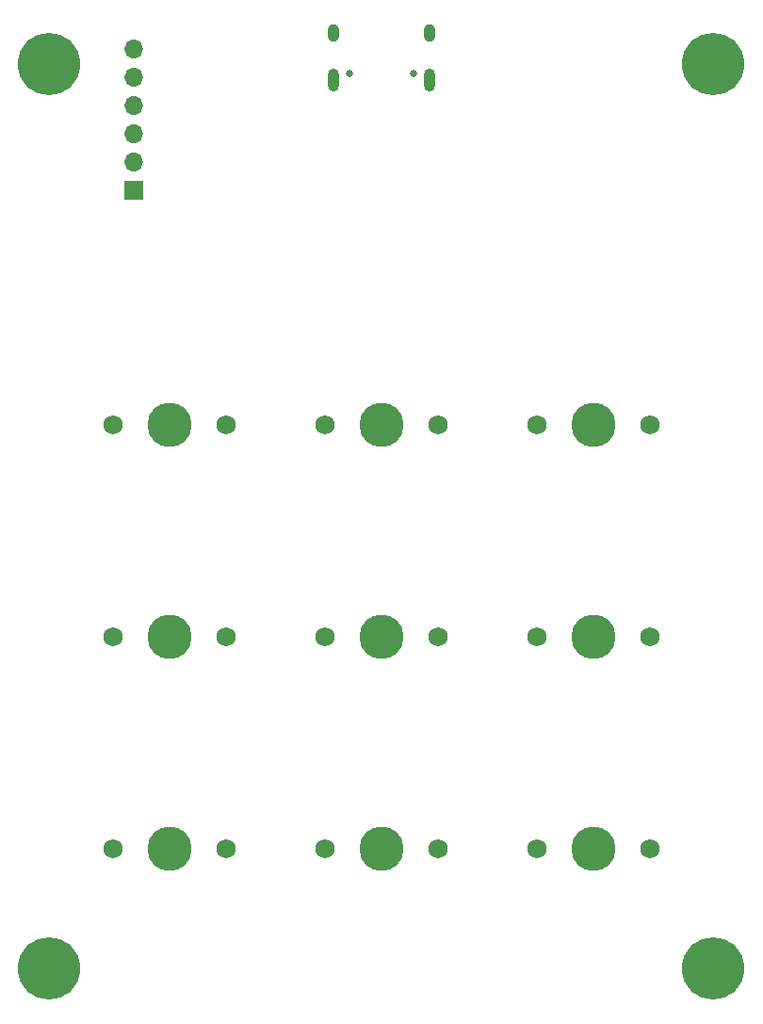
<source format=gbr>
%TF.GenerationSoftware,KiCad,Pcbnew,(5.1.9)-1*%
%TF.CreationDate,2021-04-22T22:31:28+01:00*%
%TF.ProjectId,ai03-macropad-pcb,61693033-2d6d-4616-9372-6f7061642d70,rev?*%
%TF.SameCoordinates,Original*%
%TF.FileFunction,Soldermask,Top*%
%TF.FilePolarity,Negative*%
%FSLAX46Y46*%
G04 Gerber Fmt 4.6, Leading zero omitted, Abs format (unit mm)*
G04 Created by KiCad (PCBNEW (5.1.9)-1) date 2021-04-22 22:31:28*
%MOMM*%
%LPD*%
G01*
G04 APERTURE LIST*
%ADD10C,1.750000*%
%ADD11C,3.987800*%
%ADD12C,5.600000*%
%ADD13R,1.700000X1.700000*%
%ADD14O,1.700000X1.700000*%
%ADD15C,0.650000*%
%ADD16O,1.000000X2.100000*%
%ADD17O,1.000000X1.600000*%
G04 APERTURE END LIST*
D10*
%TO.C,MX2*%
X52705000Y-155575000D03*
X42545000Y-155575000D03*
D11*
X47625000Y-155575000D03*
%TD*%
D10*
%TO.C,MX1*%
X52705000Y-136525000D03*
X42545000Y-136525000D03*
D11*
X47625000Y-136525000D03*
%TD*%
D10*
%TO.C,MX9*%
X90805000Y-174625000D03*
X80645000Y-174625000D03*
D11*
X85725000Y-174625000D03*
%TD*%
D10*
%TO.C,MX6*%
X71755000Y-174625000D03*
X61595000Y-174625000D03*
D11*
X66675000Y-174625000D03*
%TD*%
D10*
%TO.C,MX8*%
X90805000Y-155575000D03*
X80645000Y-155575000D03*
D11*
X85725000Y-155575000D03*
%TD*%
D10*
%TO.C,MX4*%
X71755000Y-136525000D03*
X61595000Y-136525000D03*
D11*
X66675000Y-136525000D03*
%TD*%
D10*
%TO.C,MX7*%
X90805000Y-136525000D03*
X80645000Y-136525000D03*
D11*
X85725000Y-136525000D03*
%TD*%
D10*
%TO.C,MX5*%
X71755000Y-155575000D03*
X61595000Y-155575000D03*
D11*
X66675000Y-155575000D03*
%TD*%
D10*
%TO.C,MX3*%
X52705000Y-174625000D03*
X42545000Y-174625000D03*
D11*
X47625000Y-174625000D03*
%TD*%
D12*
%TO.C,H4*%
X96520000Y-185420000D03*
%TD*%
%TO.C,H3*%
X96520000Y-104140000D03*
%TD*%
%TO.C,H2*%
X36830000Y-185420000D03*
%TD*%
%TO.C,H1*%
X36830000Y-104140000D03*
%TD*%
D13*
%TO.C,J2*%
X44450000Y-115443000D03*
D14*
X44450000Y-112903000D03*
X44450000Y-110363000D03*
X44450000Y-107823000D03*
X44450000Y-105283000D03*
X44450000Y-102743000D03*
%TD*%
D15*
%TO.C,USB1*%
X69565000Y-105024250D03*
X63785000Y-105024250D03*
D16*
X62355000Y-105554250D03*
X70995000Y-105554250D03*
D17*
X62355000Y-101374250D03*
X70995000Y-101374250D03*
%TD*%
M02*

</source>
